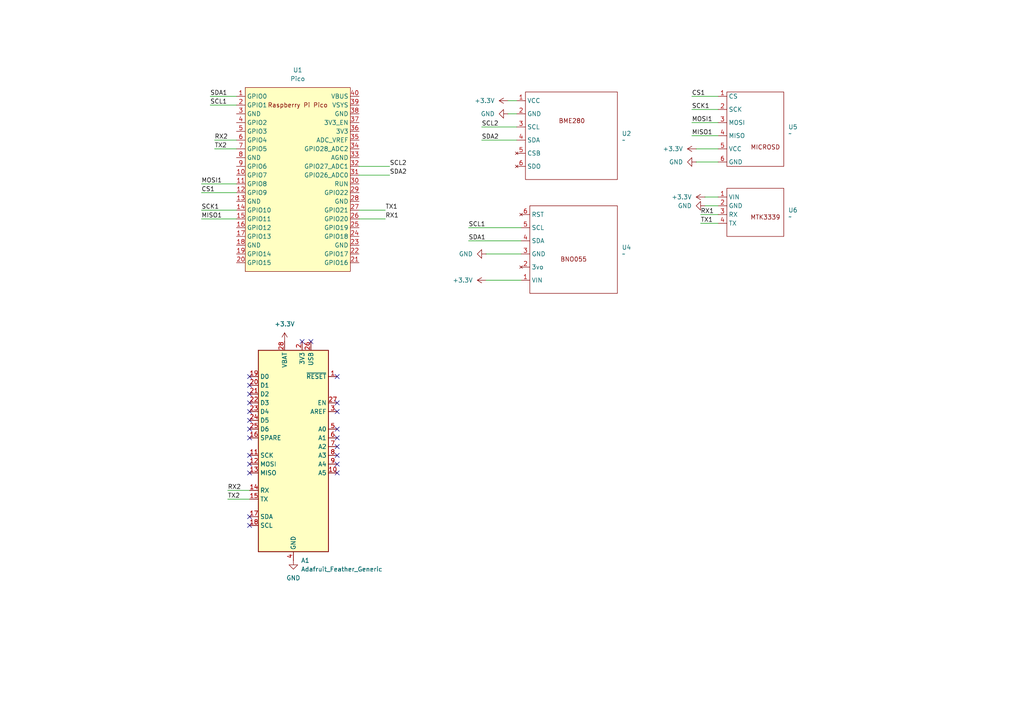
<source format=kicad_sch>
(kicad_sch
	(version 20231120)
	(generator "eeschema")
	(generator_version "8.0")
	(uuid "f9677e1e-50a0-4150-b945-9c4a2818472a")
	(paper "A4")
	(lib_symbols
		(symbol "MCU_Module:Adafruit_Feather_Generic"
			(exclude_from_sim no)
			(in_bom yes)
			(on_board yes)
			(property "Reference" "A"
				(at -10.16 29.21 0)
				(effects
					(font
						(size 1.27 1.27)
					)
					(justify left)
				)
			)
			(property "Value" "Adafruit_Feather_Generic"
				(at 2.54 -31.75 0)
				(effects
					(font
						(size 1.27 1.27)
					)
					(justify left)
				)
			)
			(property "Footprint" "Module:Adafruit_Feather"
				(at 2.54 -34.29 0)
				(effects
					(font
						(size 1.27 1.27)
					)
					(justify left)
					(hide yes)
				)
			)
			(property "Datasheet" "https://cdn-learn.adafruit.com/downloads/pdf/adafruit-feather.pdf"
				(at 0 -20.32 0)
				(effects
					(font
						(size 1.27 1.27)
					)
					(hide yes)
				)
			)
			(property "Description" "Microcontroller module in various flavor, generic symbol"
				(at 0 0 0)
				(effects
					(font
						(size 1.27 1.27)
					)
					(hide yes)
				)
			)
			(property "ki_keywords" "Adafruit feather microcontroller module"
				(at 0 0 0)
				(effects
					(font
						(size 1.27 1.27)
					)
					(hide yes)
				)
			)
			(property "ki_fp_filters" "Adafruit*Feather*"
				(at 0 0 0)
				(effects
					(font
						(size 1.27 1.27)
					)
					(hide yes)
				)
			)
			(symbol "Adafruit_Feather_Generic_0_1"
				(rectangle
					(start -10.16 27.94)
					(end 10.16 -30.48)
					(stroke
						(width 0.254)
						(type default)
					)
					(fill
						(type background)
					)
				)
			)
			(symbol "Adafruit_Feather_Generic_1_1"
				(pin input line
					(at 12.7 20.32 180)
					(length 2.54)
					(name "~{RESET}"
						(effects
							(font
								(size 1.27 1.27)
							)
						)
					)
					(number "1"
						(effects
							(font
								(size 1.27 1.27)
							)
						)
					)
				)
				(pin bidirectional line
					(at 12.7 -7.62 180)
					(length 2.54)
					(name "A5"
						(effects
							(font
								(size 1.27 1.27)
							)
						)
					)
					(number "10"
						(effects
							(font
								(size 1.27 1.27)
							)
						)
					)
				)
				(pin bidirectional line
					(at -12.7 -2.54 0)
					(length 2.54)
					(name "SCK"
						(effects
							(font
								(size 1.27 1.27)
							)
						)
					)
					(number "11"
						(effects
							(font
								(size 1.27 1.27)
							)
						)
					)
				)
				(pin bidirectional line
					(at -12.7 -5.08 0)
					(length 2.54)
					(name "MOSI"
						(effects
							(font
								(size 1.27 1.27)
							)
						)
					)
					(number "12"
						(effects
							(font
								(size 1.27 1.27)
							)
						)
					)
				)
				(pin bidirectional line
					(at -12.7 -7.62 0)
					(length 2.54)
					(name "MISO"
						(effects
							(font
								(size 1.27 1.27)
							)
						)
					)
					(number "13"
						(effects
							(font
								(size 1.27 1.27)
							)
						)
					)
				)
				(pin bidirectional line
					(at -12.7 -12.7 0)
					(length 2.54)
					(name "RX"
						(effects
							(font
								(size 1.27 1.27)
							)
						)
					)
					(number "14"
						(effects
							(font
								(size 1.27 1.27)
							)
						)
					)
				)
				(pin bidirectional line
					(at -12.7 -15.24 0)
					(length 2.54)
					(name "TX"
						(effects
							(font
								(size 1.27 1.27)
							)
						)
					)
					(number "15"
						(effects
							(font
								(size 1.27 1.27)
							)
						)
					)
				)
				(pin bidirectional line
					(at -12.7 2.54 0)
					(length 2.54)
					(name "SPARE"
						(effects
							(font
								(size 1.27 1.27)
							)
						)
					)
					(number "16"
						(effects
							(font
								(size 1.27 1.27)
							)
						)
					)
				)
				(pin bidirectional line
					(at -12.7 -20.32 0)
					(length 2.54)
					(name "SDA"
						(effects
							(font
								(size 1.27 1.27)
							)
						)
					)
					(number "17"
						(effects
							(font
								(size 1.27 1.27)
							)
						)
					)
				)
				(pin bidirectional line
					(at -12.7 -22.86 0)
					(length 2.54)
					(name "SCL"
						(effects
							(font
								(size 1.27 1.27)
							)
						)
					)
					(number "18"
						(effects
							(font
								(size 1.27 1.27)
							)
						)
					)
				)
				(pin bidirectional line
					(at -12.7 20.32 0)
					(length 2.54)
					(name "D0"
						(effects
							(font
								(size 1.27 1.27)
							)
						)
					)
					(number "19"
						(effects
							(font
								(size 1.27 1.27)
							)
						)
					)
				)
				(pin power_in line
					(at 2.54 30.48 270)
					(length 2.54)
					(name "3V3"
						(effects
							(font
								(size 1.27 1.27)
							)
						)
					)
					(number "2"
						(effects
							(font
								(size 1.27 1.27)
							)
						)
					)
				)
				(pin bidirectional line
					(at -12.7 17.78 0)
					(length 2.54)
					(name "D1"
						(effects
							(font
								(size 1.27 1.27)
							)
						)
					)
					(number "20"
						(effects
							(font
								(size 1.27 1.27)
							)
						)
					)
				)
				(pin bidirectional line
					(at -12.7 15.24 0)
					(length 2.54)
					(name "D2"
						(effects
							(font
								(size 1.27 1.27)
							)
						)
					)
					(number "21"
						(effects
							(font
								(size 1.27 1.27)
							)
						)
					)
				)
				(pin bidirectional line
					(at -12.7 12.7 0)
					(length 2.54)
					(name "D3"
						(effects
							(font
								(size 1.27 1.27)
							)
						)
					)
					(number "22"
						(effects
							(font
								(size 1.27 1.27)
							)
						)
					)
				)
				(pin bidirectional line
					(at -12.7 10.16 0)
					(length 2.54)
					(name "D4"
						(effects
							(font
								(size 1.27 1.27)
							)
						)
					)
					(number "23"
						(effects
							(font
								(size 1.27 1.27)
							)
						)
					)
				)
				(pin bidirectional line
					(at -12.7 7.62 0)
					(length 2.54)
					(name "D5"
						(effects
							(font
								(size 1.27 1.27)
							)
						)
					)
					(number "24"
						(effects
							(font
								(size 1.27 1.27)
							)
						)
					)
				)
				(pin bidirectional line
					(at -12.7 5.08 0)
					(length 2.54)
					(name "D6"
						(effects
							(font
								(size 1.27 1.27)
							)
						)
					)
					(number "25"
						(effects
							(font
								(size 1.27 1.27)
							)
						)
					)
				)
				(pin power_in line
					(at 5.08 30.48 270)
					(length 2.54)
					(name "USB"
						(effects
							(font
								(size 1.27 1.27)
							)
						)
					)
					(number "26"
						(effects
							(font
								(size 1.27 1.27)
							)
						)
					)
				)
				(pin input line
					(at 12.7 12.7 180)
					(length 2.54)
					(name "EN"
						(effects
							(font
								(size 1.27 1.27)
							)
						)
					)
					(number "27"
						(effects
							(font
								(size 1.27 1.27)
							)
						)
					)
				)
				(pin power_in line
					(at -2.54 30.48 270)
					(length 2.54)
					(name "VBAT"
						(effects
							(font
								(size 1.27 1.27)
							)
						)
					)
					(number "28"
						(effects
							(font
								(size 1.27 1.27)
							)
						)
					)
				)
				(pin input line
					(at 12.7 10.16 180)
					(length 2.54)
					(name "AREF"
						(effects
							(font
								(size 1.27 1.27)
							)
						)
					)
					(number "3"
						(effects
							(font
								(size 1.27 1.27)
							)
						)
					)
				)
				(pin power_in line
					(at 0 -33.02 90)
					(length 2.54)
					(name "GND"
						(effects
							(font
								(size 1.27 1.27)
							)
						)
					)
					(number "4"
						(effects
							(font
								(size 1.27 1.27)
							)
						)
					)
				)
				(pin bidirectional line
					(at 12.7 5.08 180)
					(length 2.54)
					(name "A0"
						(effects
							(font
								(size 1.27 1.27)
							)
						)
					)
					(number "5"
						(effects
							(font
								(size 1.27 1.27)
							)
						)
					)
				)
				(pin bidirectional line
					(at 12.7 2.54 180)
					(length 2.54)
					(name "A1"
						(effects
							(font
								(size 1.27 1.27)
							)
						)
					)
					(number "6"
						(effects
							(font
								(size 1.27 1.27)
							)
						)
					)
				)
				(pin bidirectional line
					(at 12.7 0 180)
					(length 2.54)
					(name "A2"
						(effects
							(font
								(size 1.27 1.27)
							)
						)
					)
					(number "7"
						(effects
							(font
								(size 1.27 1.27)
							)
						)
					)
				)
				(pin bidirectional line
					(at 12.7 -2.54 180)
					(length 2.54)
					(name "A3"
						(effects
							(font
								(size 1.27 1.27)
							)
						)
					)
					(number "8"
						(effects
							(font
								(size 1.27 1.27)
							)
						)
					)
				)
				(pin bidirectional line
					(at 12.7 -5.08 180)
					(length 2.54)
					(name "A4"
						(effects
							(font
								(size 1.27 1.27)
							)
						)
					)
					(number "9"
						(effects
							(font
								(size 1.27 1.27)
							)
						)
					)
				)
			)
		)
		(symbol "MCU_RaspberryPi_and_Boards:Pico"
			(exclude_from_sim no)
			(in_bom yes)
			(on_board yes)
			(property "Reference" "U1"
				(at 0 31.75 0)
				(effects
					(font
						(size 1.27 1.27)
					)
				)
			)
			(property "Value" "Pico"
				(at 0 29.21 0)
				(effects
					(font
						(size 1.27 1.27)
					)
				)
			)
			(property "Footprint" "Module:RaspberryPi_Pico_Common_THT"
				(at 0 0 90)
				(effects
					(font
						(size 1.27 1.27)
					)
					(hide yes)
				)
			)
			(property "Datasheet" ""
				(at 0 0 0)
				(effects
					(font
						(size 1.27 1.27)
					)
					(hide yes)
				)
			)
			(property "Description" ""
				(at 0 0 0)
				(effects
					(font
						(size 1.27 1.27)
					)
					(hide yes)
				)
			)
			(symbol "Pico_0_0"
				(text "Raspberry Pi Pico"
					(at 0 21.59 0)
					(effects
						(font
							(size 1.27 1.27)
						)
					)
				)
			)
			(symbol "Pico_0_1"
				(rectangle
					(start -15.24 26.67)
					(end 15.24 -26.67)
					(stroke
						(width 0)
						(type default)
					)
					(fill
						(type background)
					)
				)
			)
			(symbol "Pico_1_1"
				(pin bidirectional line
					(at -17.78 24.13 0)
					(length 2.54)
					(name "GPIO0"
						(effects
							(font
								(size 1.27 1.27)
							)
						)
					)
					(number "1"
						(effects
							(font
								(size 1.27 1.27)
							)
						)
					)
				)
				(pin bidirectional line
					(at -17.78 1.27 0)
					(length 2.54)
					(name "GPIO7"
						(effects
							(font
								(size 1.27 1.27)
							)
						)
					)
					(number "10"
						(effects
							(font
								(size 1.27 1.27)
							)
						)
					)
				)
				(pin bidirectional line
					(at -17.78 -1.27 0)
					(length 2.54)
					(name "GPIO8"
						(effects
							(font
								(size 1.27 1.27)
							)
						)
					)
					(number "11"
						(effects
							(font
								(size 1.27 1.27)
							)
						)
					)
				)
				(pin bidirectional line
					(at -17.78 -3.81 0)
					(length 2.54)
					(name "GPIO9"
						(effects
							(font
								(size 1.27 1.27)
							)
						)
					)
					(number "12"
						(effects
							(font
								(size 1.27 1.27)
							)
						)
					)
				)
				(pin power_in line
					(at -17.78 -6.35 0)
					(length 2.54)
					(name "GND"
						(effects
							(font
								(size 1.27 1.27)
							)
						)
					)
					(number "13"
						(effects
							(font
								(size 1.27 1.27)
							)
						)
					)
				)
				(pin bidirectional line
					(at -17.78 -8.89 0)
					(length 2.54)
					(name "GPIO10"
						(effects
							(font
								(size 1.27 1.27)
							)
						)
					)
					(number "14"
						(effects
							(font
								(size 1.27 1.27)
							)
						)
					)
				)
				(pin bidirectional line
					(at -17.78 -11.43 0)
					(length 2.54)
					(name "GPIO11"
						(effects
							(font
								(size 1.27 1.27)
							)
						)
					)
					(number "15"
						(effects
							(font
								(size 1.27 1.27)
							)
						)
					)
				)
				(pin bidirectional line
					(at -17.78 -13.97 0)
					(length 2.54)
					(name "GPIO12"
						(effects
							(font
								(size 1.27 1.27)
							)
						)
					)
					(number "16"
						(effects
							(font
								(size 1.27 1.27)
							)
						)
					)
				)
				(pin bidirectional line
					(at -17.78 -16.51 0)
					(length 2.54)
					(name "GPIO13"
						(effects
							(font
								(size 1.27 1.27)
							)
						)
					)
					(number "17"
						(effects
							(font
								(size 1.27 1.27)
							)
						)
					)
				)
				(pin power_in line
					(at -17.78 -19.05 0)
					(length 2.54)
					(name "GND"
						(effects
							(font
								(size 1.27 1.27)
							)
						)
					)
					(number "18"
						(effects
							(font
								(size 1.27 1.27)
							)
						)
					)
				)
				(pin bidirectional line
					(at -17.78 -21.59 0)
					(length 2.54)
					(name "GPIO14"
						(effects
							(font
								(size 1.27 1.27)
							)
						)
					)
					(number "19"
						(effects
							(font
								(size 1.27 1.27)
							)
						)
					)
				)
				(pin bidirectional line
					(at -17.78 21.59 0)
					(length 2.54)
					(name "GPIO1"
						(effects
							(font
								(size 1.27 1.27)
							)
						)
					)
					(number "2"
						(effects
							(font
								(size 1.27 1.27)
							)
						)
					)
				)
				(pin bidirectional line
					(at -17.78 -24.13 0)
					(length 2.54)
					(name "GPIO15"
						(effects
							(font
								(size 1.27 1.27)
							)
						)
					)
					(number "20"
						(effects
							(font
								(size 1.27 1.27)
							)
						)
					)
				)
				(pin bidirectional line
					(at 17.78 -24.13 180)
					(length 2.54)
					(name "GPIO16"
						(effects
							(font
								(size 1.27 1.27)
							)
						)
					)
					(number "21"
						(effects
							(font
								(size 1.27 1.27)
							)
						)
					)
				)
				(pin bidirectional line
					(at 17.78 -21.59 180)
					(length 2.54)
					(name "GPIO17"
						(effects
							(font
								(size 1.27 1.27)
							)
						)
					)
					(number "22"
						(effects
							(font
								(size 1.27 1.27)
							)
						)
					)
				)
				(pin power_in line
					(at 17.78 -19.05 180)
					(length 2.54)
					(name "GND"
						(effects
							(font
								(size 1.27 1.27)
							)
						)
					)
					(number "23"
						(effects
							(font
								(size 1.27 1.27)
							)
						)
					)
				)
				(pin bidirectional line
					(at 17.78 -16.51 180)
					(length 2.54)
					(name "GPIO18"
						(effects
							(font
								(size 1.27 1.27)
							)
						)
					)
					(number "24"
						(effects
							(font
								(size 1.27 1.27)
							)
						)
					)
				)
				(pin bidirectional line
					(at 17.78 -13.97 180)
					(length 2.54)
					(name "GPIO19"
						(effects
							(font
								(size 1.27 1.27)
							)
						)
					)
					(number "25"
						(effects
							(font
								(size 1.27 1.27)
							)
						)
					)
				)
				(pin bidirectional line
					(at 17.78 -11.43 180)
					(length 2.54)
					(name "GPIO20"
						(effects
							(font
								(size 1.27 1.27)
							)
						)
					)
					(number "26"
						(effects
							(font
								(size 1.27 1.27)
							)
						)
					)
				)
				(pin bidirectional line
					(at 17.78 -8.89 180)
					(length 2.54)
					(name "GPIO21"
						(effects
							(font
								(size 1.27 1.27)
							)
						)
					)
					(number "27"
						(effects
							(font
								(size 1.27 1.27)
							)
						)
					)
				)
				(pin power_in line
					(at 17.78 -6.35 180)
					(length 2.54)
					(name "GND"
						(effects
							(font
								(size 1.27 1.27)
							)
						)
					)
					(number "28"
						(effects
							(font
								(size 1.27 1.27)
							)
						)
					)
				)
				(pin bidirectional line
					(at 17.78 -3.81 180)
					(length 2.54)
					(name "GPIO22"
						(effects
							(font
								(size 1.27 1.27)
							)
						)
					)
					(number "29"
						(effects
							(font
								(size 1.27 1.27)
							)
						)
					)
				)
				(pin power_in line
					(at -17.78 19.05 0)
					(length 2.54)
					(name "GND"
						(effects
							(font
								(size 1.27 1.27)
							)
						)
					)
					(number "3"
						(effects
							(font
								(size 1.27 1.27)
							)
						)
					)
				)
				(pin input line
					(at 17.78 -1.27 180)
					(length 2.54)
					(name "RUN"
						(effects
							(font
								(size 1.27 1.27)
							)
						)
					)
					(number "30"
						(effects
							(font
								(size 1.27 1.27)
							)
						)
					)
				)
				(pin bidirectional line
					(at 17.78 1.27 180)
					(length 2.54)
					(name "GPIO26_ADC0"
						(effects
							(font
								(size 1.27 1.27)
							)
						)
					)
					(number "31"
						(effects
							(font
								(size 1.27 1.27)
							)
						)
					)
				)
				(pin bidirectional line
					(at 17.78 3.81 180)
					(length 2.54)
					(name "GPIO27_ADC1"
						(effects
							(font
								(size 1.27 1.27)
							)
						)
					)
					(number "32"
						(effects
							(font
								(size 1.27 1.27)
							)
						)
					)
				)
				(pin power_in line
					(at 17.78 6.35 180)
					(length 2.54)
					(name "AGND"
						(effects
							(font
								(size 1.27 1.27)
							)
						)
					)
					(number "33"
						(effects
							(font
								(size 1.27 1.27)
							)
						)
					)
				)
				(pin bidirectional line
					(at 17.78 8.89 180)
					(length 2.54)
					(name "GPIO28_ADC2"
						(effects
							(font
								(size 1.27 1.27)
							)
						)
					)
					(number "34"
						(effects
							(font
								(size 1.27 1.27)
							)
						)
					)
				)
				(pin power_in line
					(at 17.78 11.43 180)
					(length 2.54)
					(name "ADC_VREF"
						(effects
							(font
								(size 1.27 1.27)
							)
						)
					)
					(number "35"
						(effects
							(font
								(size 1.27 1.27)
							)
						)
					)
				)
				(pin power_in line
					(at 17.78 13.97 180)
					(length 2.54)
					(name "3V3"
						(effects
							(font
								(size 1.27 1.27)
							)
						)
					)
					(number "36"
						(effects
							(font
								(size 1.27 1.27)
							)
						)
					)
				)
				(pin input line
					(at 17.78 16.51 180)
					(length 2.54)
					(name "3V3_EN"
						(effects
							(font
								(size 1.27 1.27)
							)
						)
					)
					(number "37"
						(effects
							(font
								(size 1.27 1.27)
							)
						)
					)
				)
				(pin bidirectional line
					(at 17.78 19.05 180)
					(length 2.54)
					(name "GND"
						(effects
							(font
								(size 1.27 1.27)
							)
						)
					)
					(number "38"
						(effects
							(font
								(size 1.27 1.27)
							)
						)
					)
				)
				(pin power_in line
					(at 17.78 21.59 180)
					(length 2.54)
					(name "VSYS"
						(effects
							(font
								(size 1.27 1.27)
							)
						)
					)
					(number "39"
						(effects
							(font
								(size 1.27 1.27)
							)
						)
					)
				)
				(pin bidirectional line
					(at -17.78 16.51 0)
					(length 2.54)
					(name "GPIO2"
						(effects
							(font
								(size 1.27 1.27)
							)
						)
					)
					(number "4"
						(effects
							(font
								(size 1.27 1.27)
							)
						)
					)
				)
				(pin power_in line
					(at 17.78 24.13 180)
					(length 2.54)
					(name "VBUS"
						(effects
							(font
								(size 1.27 1.27)
							)
						)
					)
					(number "40"
						(effects
							(font
								(size 1.27 1.27)
							)
						)
					)
				)
				(pin bidirectional line
					(at -17.78 13.97 0)
					(length 2.54)
					(name "GPIO3"
						(effects
							(font
								(size 1.27 1.27)
							)
						)
					)
					(number "5"
						(effects
							(font
								(size 1.27 1.27)
							)
						)
					)
				)
				(pin bidirectional line
					(at -17.78 11.43 0)
					(length 2.54)
					(name "GPIO4"
						(effects
							(font
								(size 1.27 1.27)
							)
						)
					)
					(number "6"
						(effects
							(font
								(size 1.27 1.27)
							)
						)
					)
				)
				(pin bidirectional line
					(at -17.78 8.89 0)
					(length 2.54)
					(name "GPIO5"
						(effects
							(font
								(size 1.27 1.27)
							)
						)
					)
					(number "7"
						(effects
							(font
								(size 1.27 1.27)
							)
						)
					)
				)
				(pin power_in line
					(at -17.78 6.35 0)
					(length 2.54)
					(name "GND"
						(effects
							(font
								(size 1.27 1.27)
							)
						)
					)
					(number "8"
						(effects
							(font
								(size 1.27 1.27)
							)
						)
					)
				)
				(pin bidirectional line
					(at -17.78 3.81 0)
					(length 2.54)
					(name "GPIO6"
						(effects
							(font
								(size 1.27 1.27)
							)
						)
					)
					(number "9"
						(effects
							(font
								(size 1.27 1.27)
							)
						)
					)
				)
			)
		)
		(symbol "Rocket_sensors:BME280"
			(exclude_from_sim no)
			(in_bom yes)
			(on_board yes)
			(property "Reference" "U"
				(at 0 0 0)
				(effects
					(font
						(size 1.27 1.27)
					)
				)
			)
			(property "Value" ""
				(at 0 0 0)
				(effects
					(font
						(size 1.27 1.27)
					)
				)
			)
			(property "Footprint" ""
				(at 0 0 0)
				(effects
					(font
						(size 1.27 1.27)
					)
					(hide yes)
				)
			)
			(property "Datasheet" ""
				(at 0 0 0)
				(effects
					(font
						(size 1.27 1.27)
					)
					(hide yes)
				)
			)
			(property "Description" ""
				(at 0 0 0)
				(effects
					(font
						(size 1.27 1.27)
					)
					(hide yes)
				)
			)
			(symbol "BME280_0_1"
				(rectangle
					(start -12.7 12.7)
					(end 13.97 -12.7)
					(stroke
						(width 0)
						(type default)
					)
					(fill
						(type none)
					)
				)
			)
			(symbol "BME280_1_1"
				(text "BME280\n"
					(at 0.762 4.318 0)
					(effects
						(font
							(size 1.27 1.27)
						)
					)
				)
				(pin power_in line
					(at -15.24 10.16 0)
					(length 2.54)
					(name "VCC"
						(effects
							(font
								(size 1.27 1.27)
							)
						)
					)
					(number "1"
						(effects
							(font
								(size 1.27 1.27)
							)
						)
					)
				)
				(pin power_in line
					(at -15.24 6.35 0)
					(length 2.54)
					(name "GND"
						(effects
							(font
								(size 1.27 1.27)
							)
						)
					)
					(number "2"
						(effects
							(font
								(size 1.27 1.27)
							)
						)
					)
				)
				(pin bidirectional line
					(at -15.24 2.54 0)
					(length 2.54)
					(name "SCL"
						(effects
							(font
								(size 1.27 1.27)
							)
						)
					)
					(number "3"
						(effects
							(font
								(size 1.27 1.27)
							)
						)
					)
				)
				(pin bidirectional line
					(at -15.24 -1.27 0)
					(length 2.54)
					(name "SDA"
						(effects
							(font
								(size 1.27 1.27)
							)
						)
					)
					(number "4"
						(effects
							(font
								(size 1.27 1.27)
							)
						)
					)
				)
				(pin no_connect line
					(at -15.24 -5.08 0)
					(length 2.54)
					(name "CSB"
						(effects
							(font
								(size 1.27 1.27)
							)
						)
					)
					(number "5"
						(effects
							(font
								(size 1.27 1.27)
							)
						)
					)
				)
				(pin no_connect line
					(at -15.24 -8.89 0)
					(length 2.54)
					(name "SDO"
						(effects
							(font
								(size 1.27 1.27)
							)
						)
					)
					(number "6"
						(effects
							(font
								(size 1.27 1.27)
							)
						)
					)
				)
			)
		)
		(symbol "Rocket_sensors:BNO055"
			(exclude_from_sim no)
			(in_bom yes)
			(on_board yes)
			(property "Reference" "U"
				(at 0 0 0)
				(effects
					(font
						(size 1.27 1.27)
					)
				)
			)
			(property "Value" ""
				(at 0 0 0)
				(effects
					(font
						(size 1.27 1.27)
					)
				)
			)
			(property "Footprint" ""
				(at 0 0 0)
				(effects
					(font
						(size 1.27 1.27)
					)
					(hide yes)
				)
			)
			(property "Datasheet" ""
				(at 0 0 0)
				(effects
					(font
						(size 1.27 1.27)
					)
					(hide yes)
				)
			)
			(property "Description" ""
				(at 0 0 0)
				(effects
					(font
						(size 1.27 1.27)
					)
					(hide yes)
				)
			)
			(symbol "BNO055_0_1"
				(rectangle
					(start -12.7 12.7)
					(end 12.7 -12.7)
					(stroke
						(width 0)
						(type default)
					)
					(fill
						(type none)
					)
				)
			)
			(symbol "BNO055_1_1"
				(text "BNO055\n"
					(at 0 -2.794 0)
					(effects
						(font
							(size 1.27 1.27)
						)
					)
				)
				(pin power_in line
					(at -15.24 -8.89 0)
					(length 2.54)
					(name "VIN"
						(effects
							(font
								(size 1.27 1.27)
							)
						)
					)
					(number "1"
						(effects
							(font
								(size 1.27 1.27)
							)
						)
					)
				)
				(pin no_connect line
					(at -15.24 -5.08 0)
					(length 2.54)
					(name "3vo"
						(effects
							(font
								(size 1.27 1.27)
							)
						)
					)
					(number "2"
						(effects
							(font
								(size 1.27 1.27)
							)
						)
					)
				)
				(pin power_in line
					(at -15.24 -1.27 0)
					(length 2.54)
					(name "GND"
						(effects
							(font
								(size 1.27 1.27)
							)
						)
					)
					(number "3"
						(effects
							(font
								(size 1.27 1.27)
							)
						)
					)
				)
				(pin power_in line
					(at -15.24 2.54 0)
					(length 2.54)
					(name "SDA"
						(effects
							(font
								(size 1.27 1.27)
							)
						)
					)
					(number "4"
						(effects
							(font
								(size 1.27 1.27)
							)
						)
					)
				)
				(pin bidirectional line
					(at -15.24 6.35 0)
					(length 2.54)
					(name "SCL"
						(effects
							(font
								(size 1.27 1.27)
							)
						)
					)
					(number "5"
						(effects
							(font
								(size 1.27 1.27)
							)
						)
					)
				)
				(pin no_connect line
					(at -15.24 10.16 0)
					(length 2.54)
					(name "RST"
						(effects
							(font
								(size 1.27 1.27)
							)
						)
					)
					(number "6"
						(effects
							(font
								(size 1.27 1.27)
							)
						)
					)
				)
			)
		)
		(symbol "Rocket_sensors:MTK3339"
			(exclude_from_sim no)
			(in_bom yes)
			(on_board yes)
			(property "Reference" "U"
				(at 4.064 0 0)
				(effects
					(font
						(size 1.27 1.27)
					)
				)
			)
			(property "Value" ""
				(at 0 0 0)
				(effects
					(font
						(size 1.27 1.27)
					)
				)
			)
			(property "Footprint" ""
				(at 0 0 0)
				(effects
					(font
						(size 1.27 1.27)
					)
					(hide yes)
				)
			)
			(property "Datasheet" ""
				(at 0 0 0)
				(effects
					(font
						(size 1.27 1.27)
					)
					(hide yes)
				)
			)
			(property "Description" ""
				(at 0 0 0)
				(effects
					(font
						(size 1.27 1.27)
					)
					(hide yes)
				)
			)
			(symbol "MTK3339_0_1"
				(rectangle
					(start -6.35 5.08)
					(end 10.16 -8.89)
					(stroke
						(width 0)
						(type default)
					)
					(fill
						(type none)
					)
				)
			)
			(symbol "MTK3339_1_1"
				(text "MTK3339\n"
					(at 4.826 -3.302 0)
					(effects
						(font
							(size 1.27 1.27)
						)
					)
				)
				(pin power_in line
					(at -8.89 2.54 0)
					(length 2.54)
					(name "VIN"
						(effects
							(font
								(size 1.27 1.27)
							)
						)
					)
					(number "1"
						(effects
							(font
								(size 1.27 1.27)
							)
						)
					)
				)
				(pin power_in line
					(at -8.89 0 0)
					(length 2.54)
					(name "GND"
						(effects
							(font
								(size 1.27 1.27)
							)
						)
					)
					(number "2"
						(effects
							(font
								(size 1.27 1.27)
							)
						)
					)
				)
				(pin input line
					(at -8.89 -2.54 0)
					(length 2.54)
					(name "RX"
						(effects
							(font
								(size 1.27 1.27)
							)
						)
					)
					(number "3"
						(effects
							(font
								(size 1.27 1.27)
							)
						)
					)
				)
				(pin output line
					(at -8.89 -5.08 0)
					(length 2.54)
					(name "TX"
						(effects
							(font
								(size 1.27 1.27)
							)
						)
					)
					(number "4"
						(effects
							(font
								(size 1.27 1.27)
							)
						)
					)
				)
			)
		)
		(symbol "Rocket_sensors:MicroSDadapter"
			(exclude_from_sim no)
			(in_bom yes)
			(on_board yes)
			(property "Reference" "U"
				(at 2.794 0 0)
				(effects
					(font
						(size 1.27 1.27)
					)
				)
			)
			(property "Value" ""
				(at 0 0 0)
				(effects
					(font
						(size 1.27 1.27)
					)
				)
			)
			(property "Footprint" ""
				(at 0 0 0)
				(effects
					(font
						(size 1.27 1.27)
					)
					(hide yes)
				)
			)
			(property "Datasheet" ""
				(at 0 0 0)
				(effects
					(font
						(size 1.27 1.27)
					)
					(hide yes)
				)
			)
			(property "Description" ""
				(at 0 0 0)
				(effects
					(font
						(size 1.27 1.27)
					)
					(hide yes)
				)
			)
			(symbol "MicroSDadapter_0_1"
				(rectangle
					(start -6.35 10.16)
					(end 10.16 -11.43)
					(stroke
						(width 0)
						(type default)
					)
					(fill
						(type none)
					)
				)
			)
			(symbol "MicroSDadapter_1_1"
				(text "MICROSD\n"
					(at 4.826 -5.842 0)
					(effects
						(font
							(size 1.27 1.27)
						)
					)
				)
				(pin bidirectional line
					(at -8.89 8.89 0)
					(length 2.54)
					(name "CS"
						(effects
							(font
								(size 1.27 1.27)
							)
						)
					)
					(number "1"
						(effects
							(font
								(size 1.27 1.27)
							)
						)
					)
				)
				(pin bidirectional line
					(at -8.89 5.08 0)
					(length 2.54)
					(name "SCK"
						(effects
							(font
								(size 1.27 1.27)
							)
						)
					)
					(number "2"
						(effects
							(font
								(size 1.27 1.27)
							)
						)
					)
				)
				(pin bidirectional line
					(at -8.89 1.27 0)
					(length 2.54)
					(name "MOSI"
						(effects
							(font
								(size 1.27 1.27)
							)
						)
					)
					(number "3"
						(effects
							(font
								(size 1.27 1.27)
							)
						)
					)
				)
				(pin bidirectional line
					(at -8.89 -2.54 0)
					(length 2.54)
					(name "MISO"
						(effects
							(font
								(size 1.27 1.27)
							)
						)
					)
					(number "4"
						(effects
							(font
								(size 1.27 1.27)
							)
						)
					)
				)
				(pin power_in line
					(at -8.89 -6.35 0)
					(length 2.54)
					(name "VCC"
						(effects
							(font
								(size 1.27 1.27)
							)
						)
					)
					(number "5"
						(effects
							(font
								(size 1.27 1.27)
							)
						)
					)
				)
				(pin power_in line
					(at -8.89 -10.16 0)
					(length 2.54)
					(name "GND"
						(effects
							(font
								(size 1.27 1.27)
							)
						)
					)
					(number "6"
						(effects
							(font
								(size 1.27 1.27)
							)
						)
					)
				)
			)
		)
		(symbol "power:+3.3V"
			(power)
			(pin_numbers hide)
			(pin_names
				(offset 0) hide)
			(exclude_from_sim no)
			(in_bom yes)
			(on_board yes)
			(property "Reference" "#PWR"
				(at 0 -3.81 0)
				(effects
					(font
						(size 1.27 1.27)
					)
					(hide yes)
				)
			)
			(property "Value" "+3.3V"
				(at 0 3.556 0)
				(effects
					(font
						(size 1.27 1.27)
					)
				)
			)
			(property "Footprint" ""
				(at 0 0 0)
				(effects
					(font
						(size 1.27 1.27)
					)
					(hide yes)
				)
			)
			(property "Datasheet" ""
				(at 0 0 0)
				(effects
					(font
						(size 1.27 1.27)
					)
					(hide yes)
				)
			)
			(property "Description" "Power symbol creates a global label with name \"+3.3V\""
				(at 0 0 0)
				(effects
					(font
						(size 1.27 1.27)
					)
					(hide yes)
				)
			)
			(property "ki_keywords" "global power"
				(at 0 0 0)
				(effects
					(font
						(size 1.27 1.27)
					)
					(hide yes)
				)
			)
			(symbol "+3.3V_0_1"
				(polyline
					(pts
						(xy -0.762 1.27) (xy 0 2.54)
					)
					(stroke
						(width 0)
						(type default)
					)
					(fill
						(type none)
					)
				)
				(polyline
					(pts
						(xy 0 0) (xy 0 2.54)
					)
					(stroke
						(width 0)
						(type default)
					)
					(fill
						(type none)
					)
				)
				(polyline
					(pts
						(xy 0 2.54) (xy 0.762 1.27)
					)
					(stroke
						(width 0)
						(type default)
					)
					(fill
						(type none)
					)
				)
			)
			(symbol "+3.3V_1_1"
				(pin power_in line
					(at 0 0 90)
					(length 0)
					(name "~"
						(effects
							(font
								(size 1.27 1.27)
							)
						)
					)
					(number "1"
						(effects
							(font
								(size 1.27 1.27)
							)
						)
					)
				)
			)
		)
		(symbol "power:GND"
			(power)
			(pin_numbers hide)
			(pin_names
				(offset 0) hide)
			(exclude_from_sim no)
			(in_bom yes)
			(on_board yes)
			(property "Reference" "#PWR"
				(at 0 -6.35 0)
				(effects
					(font
						(size 1.27 1.27)
					)
					(hide yes)
				)
			)
			(property "Value" "GND"
				(at 0 -3.81 0)
				(effects
					(font
						(size 1.27 1.27)
					)
				)
			)
			(property "Footprint" ""
				(at 0 0 0)
				(effects
					(font
						(size 1.27 1.27)
					)
					(hide yes)
				)
			)
			(property "Datasheet" ""
				(at 0 0 0)
				(effects
					(font
						(size 1.27 1.27)
					)
					(hide yes)
				)
			)
			(property "Description" "Power symbol creates a global label with name \"GND\" , ground"
				(at 0 0 0)
				(effects
					(font
						(size 1.27 1.27)
					)
					(hide yes)
				)
			)
			(property "ki_keywords" "global power"
				(at 0 0 0)
				(effects
					(font
						(size 1.27 1.27)
					)
					(hide yes)
				)
			)
			(symbol "GND_0_1"
				(polyline
					(pts
						(xy 0 0) (xy 0 -1.27) (xy 1.27 -1.27) (xy 0 -2.54) (xy -1.27 -1.27) (xy 0 -1.27)
					)
					(stroke
						(width 0)
						(type default)
					)
					(fill
						(type none)
					)
				)
			)
			(symbol "GND_1_1"
				(pin power_in line
					(at 0 0 270)
					(length 0)
					(name "~"
						(effects
							(font
								(size 1.27 1.27)
							)
						)
					)
					(number "1"
						(effects
							(font
								(size 1.27 1.27)
							)
						)
					)
				)
			)
		)
	)
	(no_connect
		(at 72.39 134.62)
		(uuid "0c3b37ac-cf57-4d29-a001-2e5269b847bd")
	)
	(no_connect
		(at 72.39 116.84)
		(uuid "124658da-e788-44c0-8788-7a35b5d20cf7")
	)
	(no_connect
		(at 72.39 114.3)
		(uuid "1a9e6474-06f9-4398-b9fd-4d92aede39c9")
	)
	(no_connect
		(at 72.39 111.76)
		(uuid "2503c391-5966-4dba-acdd-80417a80e828")
	)
	(no_connect
		(at 97.79 127)
		(uuid "253f127f-5f8b-4f2a-af80-ed0eebf6373a")
	)
	(no_connect
		(at 72.39 109.22)
		(uuid "29d37b22-22f7-4795-a52d-5a9451099914")
	)
	(no_connect
		(at 97.79 134.62)
		(uuid "347d3764-7818-497e-9d87-e351fe04bd02")
	)
	(no_connect
		(at 72.39 152.4)
		(uuid "3b91b1eb-80f1-48fa-a36f-c8069cb40029")
	)
	(no_connect
		(at 72.39 121.92)
		(uuid "3d36d894-6404-431f-a009-d1886b22d90e")
	)
	(no_connect
		(at 72.39 132.08)
		(uuid "5b941e41-04f0-4880-8409-ece6bd003649")
	)
	(no_connect
		(at 97.79 109.22)
		(uuid "78a42e71-026a-4d93-99ca-ff3162f1232b")
	)
	(no_connect
		(at 72.39 119.38)
		(uuid "78d16a97-4e2a-4875-8572-d38ecc462837")
	)
	(no_connect
		(at 72.39 137.16)
		(uuid "8c222f51-4b34-451c-90d0-c1fef1095971")
	)
	(no_connect
		(at 97.79 137.16)
		(uuid "a69c8988-4ee8-494f-ba13-6e7990094422")
	)
	(no_connect
		(at 72.39 127)
		(uuid "ae37d262-960a-4b3d-ad66-559b21640aea")
	)
	(no_connect
		(at 90.17 99.06)
		(uuid "b388ab1a-d7d5-4884-b589-c45a0bfbd807")
	)
	(no_connect
		(at 97.79 116.84)
		(uuid "ba364a87-4164-4e84-a4c2-a54210817d39")
	)
	(no_connect
		(at 97.79 129.54)
		(uuid "c1ddb030-c23a-418e-82db-456a77200826")
	)
	(no_connect
		(at 97.79 124.46)
		(uuid "c486224d-f239-4ffb-9613-6637ab8c8ebd")
	)
	(no_connect
		(at 72.39 124.46)
		(uuid "cd146d28-0e65-48bb-9b05-957574cb8eb3")
	)
	(no_connect
		(at 72.39 149.86)
		(uuid "ce89c82f-81c1-4c46-ade8-4f46e23db8a8")
	)
	(no_connect
		(at 97.79 119.38)
		(uuid "ec3c56f9-7ec7-4330-b048-d1c377a476d8")
	)
	(no_connect
		(at 97.79 132.08)
		(uuid "ee8ceb01-f246-4994-baae-378056a7aff9")
	)
	(no_connect
		(at 87.63 99.06)
		(uuid "f2874feb-9f2a-4d84-a3be-627d933c45fe")
	)
	(wire
		(pts
			(xy 200.66 27.94) (xy 208.28 27.94)
		)
		(stroke
			(width 0)
			(type default)
		)
		(uuid "05bf2318-50e0-4b66-bf56-ed1e59077f85")
	)
	(wire
		(pts
			(xy 200.66 35.56) (xy 208.28 35.56)
		)
		(stroke
			(width 0)
			(type default)
		)
		(uuid "1ef8990f-8fbf-4789-97a2-952b15d77b94")
	)
	(wire
		(pts
			(xy 140.97 73.66) (xy 151.13 73.66)
		)
		(stroke
			(width 0)
			(type default)
		)
		(uuid "1f249f94-debf-464d-a6fb-259455791aa5")
	)
	(wire
		(pts
			(xy 135.89 69.85) (xy 151.13 69.85)
		)
		(stroke
			(width 0)
			(type default)
		)
		(uuid "20e5b4ad-85d1-4c91-a74d-82e9c6f2ca27")
	)
	(wire
		(pts
			(xy 201.93 43.18) (xy 208.28 43.18)
		)
		(stroke
			(width 0)
			(type default)
		)
		(uuid "21b8f078-5493-41c4-91af-cfc44886cea7")
	)
	(wire
		(pts
			(xy 139.7 36.83) (xy 149.86 36.83)
		)
		(stroke
			(width 0)
			(type default)
		)
		(uuid "28881b1d-b404-478f-a97b-e1682c6d46a3")
	)
	(wire
		(pts
			(xy 60.96 27.94) (xy 68.58 27.94)
		)
		(stroke
			(width 0)
			(type default)
		)
		(uuid "33520717-5118-4cfc-b36e-aa16c4a2a77c")
	)
	(wire
		(pts
			(xy 104.14 60.96) (xy 111.76 60.96)
		)
		(stroke
			(width 0)
			(type default)
		)
		(uuid "391b5eb2-bd25-4410-9868-21210d72e5fa")
	)
	(wire
		(pts
			(xy 60.96 30.48) (xy 68.58 30.48)
		)
		(stroke
			(width 0)
			(type default)
		)
		(uuid "3b7742f0-5ba8-4d39-8395-2adf7684364c")
	)
	(wire
		(pts
			(xy 62.23 43.18) (xy 68.58 43.18)
		)
		(stroke
			(width 0)
			(type default)
		)
		(uuid "441ecae1-7b1d-45eb-b388-331b1e5d5aa1")
	)
	(wire
		(pts
			(xy 147.32 33.02) (xy 149.86 33.02)
		)
		(stroke
			(width 0)
			(type default)
		)
		(uuid "5274feaf-858d-43b3-be97-4f7129e98436")
	)
	(wire
		(pts
			(xy 200.66 31.75) (xy 208.28 31.75)
		)
		(stroke
			(width 0)
			(type default)
		)
		(uuid "586d2e79-0b4b-4bad-9c21-ee5cdf341f96")
	)
	(wire
		(pts
			(xy 200.66 39.37) (xy 208.28 39.37)
		)
		(stroke
			(width 0)
			(type default)
		)
		(uuid "5ce7f7d7-144d-476d-9226-11f7118085ae")
	)
	(wire
		(pts
			(xy 66.04 144.78) (xy 72.39 144.78)
		)
		(stroke
			(width 0)
			(type default)
		)
		(uuid "6ec21f4a-e68c-4de2-8a5f-e27255060ab6")
	)
	(wire
		(pts
			(xy 58.42 53.34) (xy 68.58 53.34)
		)
		(stroke
			(width 0)
			(type default)
		)
		(uuid "6fc5a8c9-a255-4140-a033-80161ff5a472")
	)
	(wire
		(pts
			(xy 58.42 55.88) (xy 68.58 55.88)
		)
		(stroke
			(width 0)
			(type default)
		)
		(uuid "71a87fa8-6a00-44ea-b6c5-c19aa656ec34")
	)
	(wire
		(pts
			(xy 66.04 142.24) (xy 72.39 142.24)
		)
		(stroke
			(width 0)
			(type default)
		)
		(uuid "767a9430-1432-4059-ae74-526cdd5e76a4")
	)
	(wire
		(pts
			(xy 104.14 50.8) (xy 113.03 50.8)
		)
		(stroke
			(width 0)
			(type default)
		)
		(uuid "77308569-b85c-48dc-8e30-38d6a9a63893")
	)
	(wire
		(pts
			(xy 204.47 57.15) (xy 208.28 57.15)
		)
		(stroke
			(width 0)
			(type default)
		)
		(uuid "79ba3b4c-5d38-4b67-9b12-01cbb398b60f")
	)
	(wire
		(pts
			(xy 104.14 63.5) (xy 111.76 63.5)
		)
		(stroke
			(width 0)
			(type default)
		)
		(uuid "98c2d532-1351-4832-91a5-52c2d7e169ee")
	)
	(wire
		(pts
			(xy 62.23 40.64) (xy 68.58 40.64)
		)
		(stroke
			(width 0)
			(type default)
		)
		(uuid "9ad1e208-8da7-4fe9-816d-526398ba58e8")
	)
	(wire
		(pts
			(xy 139.7 40.64) (xy 149.86 40.64)
		)
		(stroke
			(width 0)
			(type default)
		)
		(uuid "a6a62dcb-5e15-49e4-8f58-bf1ae6fc36c4")
	)
	(wire
		(pts
			(xy 135.89 66.04) (xy 151.13 66.04)
		)
		(stroke
			(width 0)
			(type default)
		)
		(uuid "b75a1a75-1935-40d4-baea-3d52c2464a9a")
	)
	(wire
		(pts
			(xy 203.2 64.77) (xy 208.28 64.77)
		)
		(stroke
			(width 0)
			(type default)
		)
		(uuid "c4389000-4128-46e2-bb3c-d8859daf6e86")
	)
	(wire
		(pts
			(xy 203.2 62.23) (xy 208.28 62.23)
		)
		(stroke
			(width 0)
			(type default)
		)
		(uuid "debb4884-5ffa-4278-ba4d-17fd3413d6bd")
	)
	(wire
		(pts
			(xy 201.93 46.99) (xy 208.28 46.99)
		)
		(stroke
			(width 0)
			(type default)
		)
		(uuid "df9d1649-f3cf-4d81-b801-da319697e7e2")
	)
	(wire
		(pts
			(xy 104.14 48.26) (xy 113.03 48.26)
		)
		(stroke
			(width 0)
			(type default)
		)
		(uuid "e1e717d1-c2c9-49e0-880d-3a056bba27b4")
	)
	(wire
		(pts
			(xy 147.32 29.21) (xy 149.86 29.21)
		)
		(stroke
			(width 0)
			(type default)
		)
		(uuid "e52fa0f2-9703-489e-b306-b89c2a9965c2")
	)
	(wire
		(pts
			(xy 58.42 63.5) (xy 68.58 63.5)
		)
		(stroke
			(width 0)
			(type default)
		)
		(uuid "ed48fc1f-ffc8-4bb3-921c-6693179f7714")
	)
	(wire
		(pts
			(xy 204.47 59.69) (xy 208.28 59.69)
		)
		(stroke
			(width 0)
			(type default)
		)
		(uuid "f67ca36d-ca76-4dd4-9a32-ac5ef385c8b6")
	)
	(wire
		(pts
			(xy 140.97 81.28) (xy 151.13 81.28)
		)
		(stroke
			(width 0)
			(type default)
		)
		(uuid "f6bcfd4a-e40f-40c4-a1c7-ca1b6a41b4b9")
	)
	(wire
		(pts
			(xy 58.42 60.96) (xy 68.58 60.96)
		)
		(stroke
			(width 0)
			(type default)
		)
		(uuid "f7d5601c-7a77-4d1e-a21c-eb5642121beb")
	)
	(label "SCL2"
		(at 113.03 48.26 0)
		(effects
			(font
				(size 1.27 1.27)
			)
			(justify left bottom)
		)
		(uuid "0277a378-3611-4935-8976-359cd574527f")
	)
	(label "MOSI1"
		(at 200.66 35.56 0)
		(effects
			(font
				(size 1.27 1.27)
			)
			(justify left bottom)
		)
		(uuid "06af5366-40c9-48b0-a928-0d3fec145d18")
	)
	(label "RX2"
		(at 62.23 40.64 0)
		(effects
			(font
				(size 1.27 1.27)
			)
			(justify left bottom)
		)
		(uuid "07d428dc-d203-4b63-845e-b3c39efc3761")
	)
	(label "MOSI1"
		(at 58.42 53.34 0)
		(effects
			(font
				(size 1.27 1.27)
			)
			(justify left bottom)
		)
		(uuid "0da82c27-949a-4b00-acc4-0cea48116067")
	)
	(label "SCK1"
		(at 58.42 60.96 0)
		(effects
			(font
				(size 1.27 1.27)
			)
			(justify left bottom)
		)
		(uuid "17a7d2d3-d458-4838-8843-5dcd9855e2f0")
	)
	(label "SDA2"
		(at 113.03 50.8 0)
		(effects
			(font
				(size 1.27 1.27)
			)
			(justify left bottom)
		)
		(uuid "236e63b3-6763-4d5d-be96-b1d17e4f4747")
	)
	(label "SDA1"
		(at 60.96 27.94 0)
		(effects
			(font
				(size 1.27 1.27)
			)
			(justify left bottom)
		)
		(uuid "26684646-1f8c-4da6-a5e6-a88a1c76051e")
	)
	(label "TX1"
		(at 203.2 64.77 0)
		(effects
			(font
				(size 1.27 1.27)
			)
			(justify left bottom)
		)
		(uuid "33bcb416-8383-4fcc-9877-75aeec424b99")
	)
	(label "SCL2"
		(at 139.7 36.83 0)
		(effects
			(font
				(size 1.27 1.27)
			)
			(justify left bottom)
		)
		(uuid "3bbb274e-b966-4d6a-b75a-5aa32559d05f")
	)
	(label "TX2"
		(at 62.23 43.18 0)
		(effects
			(font
				(size 1.27 1.27)
			)
			(justify left bottom)
		)
		(uuid "7175f9de-e6ee-4fe3-a14e-5028d5bac6d8")
	)
	(label "MISO1"
		(at 58.42 63.5 0)
		(effects
			(font
				(size 1.27 1.27)
			)
			(justify left bottom)
		)
		(uuid "798f8507-5e03-490c-ac10-b6825c6056ab")
	)
	(label "MISO1"
		(at 200.66 39.37 0)
		(effects
			(font
				(size 1.27 1.27)
			)
			(justify left bottom)
		)
		(uuid "81793ada-2315-40cd-9376-79bde16b5a19")
	)
	(label "SCL1"
		(at 135.89 66.04 0)
		(effects
			(font
				(size 1.27 1.27)
			)
			(justify left bottom)
		)
		(uuid "8181eae8-bc3d-4dff-94a7-9b09db68e06d")
	)
	(label "RX1"
		(at 111.76 63.5 0)
		(effects
			(font
				(size 1.27 1.27)
			)
			(justify left bottom)
		)
		(uuid "8fd0f362-1f10-4434-adbe-1d35c9c5ce9e")
	)
	(label "RX2"
		(at 66.04 142.24 0)
		(effects
			(font
				(size 1.27 1.27)
			)
			(justify left bottom)
		)
		(uuid "92e1c51c-7811-45cb-ac39-4678d626425f")
	)
	(label "TX2"
		(at 66.04 144.78 0)
		(effects
			(font
				(size 1.27 1.27)
			)
			(justify left bottom)
		)
		(uuid "9cfec7b0-0600-4d03-93cc-c091bbaddf2f")
	)
	(label "CS1"
		(at 58.42 55.88 0)
		(effects
			(font
				(size 1.27 1.27)
			)
			(justify left bottom)
		)
		(uuid "a4536e91-38af-497b-82b2-6974704b9e13")
	)
	(label "CS1"
		(at 200.66 27.94 0)
		(effects
			(font
				(size 1.27 1.27)
			)
			(justify left bottom)
		)
		(uuid "c423add4-3646-4fe9-b35b-fedeac663b24")
	)
	(label "SDA2"
		(at 139.7 40.64 0)
		(effects
			(font
				(size 1.27 1.27)
			)
			(justify left bottom)
		)
		(uuid "cb638587-faa2-480b-921e-72c564ace773")
	)
	(label "SCK1"
		(at 200.66 31.75 0)
		(effects
			(font
				(size 1.27 1.27)
			)
			(justify left bottom)
		)
		(uuid "d23c3be6-eeeb-487f-8771-faf18125c252")
	)
	(label "SCL1"
		(at 60.96 30.48 0)
		(effects
			(font
				(size 1.27 1.27)
			)
			(justify left bottom)
		)
		(uuid "d6287b73-4318-475c-8163-fb9cf3c754cb")
	)
	(label "TX1"
		(at 111.76 60.96 0)
		(effects
			(font
				(size 1.27 1.27)
			)
			(justify left bottom)
		)
		(uuid "f491b85d-714f-446f-ac9f-175edc0ba894")
	)
	(label "RX1"
		(at 203.2 62.23 0)
		(effects
			(font
				(size 1.27 1.27)
			)
			(justify left bottom)
		)
		(uuid "fcbd9c35-9c6e-455b-ad24-cda6a815e234")
	)
	(label "SDA1"
		(at 135.89 69.85 0)
		(effects
			(font
				(size 1.27 1.27)
			)
			(justify left bottom)
		)
		(uuid "ff175d5e-387f-4e64-886f-3c446240a544")
	)
	(symbol
		(lib_id "Rocket_sensors:MTK3339")
		(at 217.17 59.69 0)
		(unit 1)
		(exclude_from_sim no)
		(in_bom yes)
		(on_board yes)
		(dnp no)
		(fields_autoplaced yes)
		(uuid "01ea0da8-b72d-4b2d-84d9-b3c09d959aaa")
		(property "Reference" "U6"
			(at 228.6 60.9599 0)
			(effects
				(font
					(size 1.27 1.27)
				)
				(justify left)
			)
		)
		(property "Value" "~"
			(at 228.6 62.865 0)
			(effects
				(font
					(size 1.27 1.27)
				)
				(justify left)
			)
		)
		(property "Footprint" "RocketSensors:MTK3339"
			(at 217.17 59.69 0)
			(effects
				(font
					(size 1.27 1.27)
				)
				(hide yes)
			)
		)
		(property "Datasheet" ""
			(at 217.17 59.69 0)
			(effects
				(font
					(size 1.27 1.27)
				)
				(hide yes)
			)
		)
		(property "Description" ""
			(at 217.17 59.69 0)
			(effects
				(font
					(size 1.27 1.27)
				)
				(hide yes)
			)
		)
		(pin "4"
			(uuid "95a511e6-95ee-435b-804e-df641d3df2d4")
		)
		(pin "2"
			(uuid "44365c63-00ec-4748-964f-d64209c59ce6")
		)
		(pin "3"
			(uuid "04759b86-5ca7-4a82-a7b4-4141acc059f8")
		)
		(pin "1"
			(uuid "258d1564-9f98-45c5-be58-ebbeb617badd")
		)
		(instances
			(project ""
				(path "/f9677e1e-50a0-4150-b945-9c4a2818472a"
					(reference "U6")
					(unit 1)
				)
			)
		)
	)
	(symbol
		(lib_id "Rocket_sensors:BNO055")
		(at 166.37 72.39 0)
		(unit 1)
		(exclude_from_sim no)
		(in_bom yes)
		(on_board yes)
		(dnp no)
		(fields_autoplaced yes)
		(uuid "02f2a086-0829-44af-9af2-0f0c66b7b164")
		(property "Reference" "U4"
			(at 180.34 71.7549 0)
			(effects
				(font
					(size 1.27 1.27)
				)
				(justify left)
			)
		)
		(property "Value" "~"
			(at 180.34 73.66 0)
			(effects
				(font
					(size 1.27 1.27)
				)
				(justify left)
			)
		)
		(property "Footprint" "RocketSensors:BNO055"
			(at 166.37 72.39 0)
			(effects
				(font
					(size 1.27 1.27)
				)
				(hide yes)
			)
		)
		(property "Datasheet" ""
			(at 166.37 72.39 0)
			(effects
				(font
					(size 1.27 1.27)
				)
				(hide yes)
			)
		)
		(property "Description" ""
			(at 166.37 72.39 0)
			(effects
				(font
					(size 1.27 1.27)
				)
				(hide yes)
			)
		)
		(pin "3"
			(uuid "36e94bac-b81b-42fa-8d25-d17d0885664c")
		)
		(pin "6"
			(uuid "e5c2063e-e5a8-41f3-9ee4-5194a5783eaf")
		)
		(pin "5"
			(uuid "9e26ffb0-387a-4c00-a15e-a87a7682cd38")
		)
		(pin "1"
			(uuid "5204fe8d-5489-4b30-9f25-1c2c82e34f1d")
		)
		(pin "2"
			(uuid "925878d7-279f-4a7c-812f-5f08c45178b8")
		)
		(pin "4"
			(uuid "ad36142e-3bef-4529-9538-ea07065f6ff4")
		)
		(instances
			(project ""
				(path "/f9677e1e-50a0-4150-b945-9c4a2818472a"
					(reference "U4")
					(unit 1)
				)
			)
		)
	)
	(symbol
		(lib_id "power:+3.3V")
		(at 147.32 29.21 90)
		(unit 1)
		(exclude_from_sim no)
		(in_bom yes)
		(on_board yes)
		(dnp no)
		(fields_autoplaced yes)
		(uuid "07cd208b-c7d8-4e48-a0ef-40cd658bed7d")
		(property "Reference" "#PWR06"
			(at 151.13 29.21 0)
			(effects
				(font
					(size 1.27 1.27)
				)
				(hide yes)
			)
		)
		(property "Value" "+3.3V"
			(at 143.51 29.2099 90)
			(effects
				(font
					(size 1.27 1.27)
				)
				(justify left)
			)
		)
		(property "Footprint" ""
			(at 147.32 29.21 0)
			(effects
				(font
					(size 1.27 1.27)
				)
				(hide yes)
			)
		)
		(property "Datasheet" ""
			(at 147.32 29.21 0)
			(effects
				(font
					(size 1.27 1.27)
				)
				(hide yes)
			)
		)
		(property "Description" "Power symbol creates a global label with name \"+3.3V\""
			(at 147.32 29.21 0)
			(effects
				(font
					(size 1.27 1.27)
				)
				(hide yes)
			)
		)
		(pin "1"
			(uuid "5f11fcca-f5cd-4f57-8a6a-3ef46941437c")
		)
		(instances
			(project ""
				(path "/f9677e1e-50a0-4150-b945-9c4a2818472a"
					(reference "#PWR06")
					(unit 1)
				)
			)
		)
	)
	(symbol
		(lib_id "Rocket_sensors:BME280")
		(at 165.1 39.37 0)
		(unit 1)
		(exclude_from_sim no)
		(in_bom yes)
		(on_board yes)
		(dnp no)
		(fields_autoplaced yes)
		(uuid "14eadd9b-c23c-4af7-a4f4-bc91314abf7e")
		(property "Reference" "U2"
			(at 180.34 38.7349 0)
			(effects
				(font
					(size 1.27 1.27)
				)
				(justify left)
			)
		)
		(property "Value" "~"
			(at 180.34 40.64 0)
			(effects
				(font
					(size 1.27 1.27)
				)
				(justify left)
			)
		)
		(property "Footprint" "RocketSensors:BME280"
			(at 165.1 39.37 0)
			(effects
				(font
					(size 1.27 1.27)
				)
				(hide yes)
			)
		)
		(property "Datasheet" ""
			(at 165.1 39.37 0)
			(effects
				(font
					(size 1.27 1.27)
				)
				(hide yes)
			)
		)
		(property "Description" ""
			(at 165.1 39.37 0)
			(effects
				(font
					(size 1.27 1.27)
				)
				(hide yes)
			)
		)
		(pin "4"
			(uuid "74a1eaf9-4117-4d94-9d87-7e9c7d81d871")
		)
		(pin "5"
			(uuid "54f86890-141b-4148-89e6-5311c8a555f8")
		)
		(pin "1"
			(uuid "16229907-2115-4f74-9a19-b005e614c194")
		)
		(pin "3"
			(uuid "7c335010-6dd8-4cd2-a06c-f929f047c744")
		)
		(pin "2"
			(uuid "c2b73384-6339-4179-95c5-19ff96e92895")
		)
		(pin "6"
			(uuid "b4949848-9107-44c3-9c34-36d475540645")
		)
		(instances
			(project ""
				(path "/f9677e1e-50a0-4150-b945-9c4a2818472a"
					(reference "U2")
					(unit 1)
				)
			)
		)
	)
	(symbol
		(lib_id "power:GND")
		(at 201.93 46.99 270)
		(unit 1)
		(exclude_from_sim no)
		(in_bom yes)
		(on_board yes)
		(dnp no)
		(fields_autoplaced yes)
		(uuid "1d9a670d-ea37-46ba-8be8-d5efcb1f3255")
		(property "Reference" "#PWR02"
			(at 195.58 46.99 0)
			(effects
				(font
					(size 1.27 1.27)
				)
				(hide yes)
			)
		)
		(property "Value" "GND"
			(at 198.12 46.9899 90)
			(effects
				(font
					(size 1.27 1.27)
				)
				(justify right)
			)
		)
		(property "Footprint" ""
			(at 201.93 46.99 0)
			(effects
				(font
					(size 1.27 1.27)
				)
				(hide yes)
			)
		)
		(property "Datasheet" ""
			(at 201.93 46.99 0)
			(effects
				(font
					(size 1.27 1.27)
				)
				(hide yes)
			)
		)
		(property "Description" "Power symbol creates a global label with name \"GND\" , ground"
			(at 201.93 46.99 0)
			(effects
				(font
					(size 1.27 1.27)
				)
				(hide yes)
			)
		)
		(pin "1"
			(uuid "30bb8606-2ec2-4ecf-a7f7-1a5f930cb4c6")
		)
		(instances
			(project "RocketProject"
				(path "/f9677e1e-50a0-4150-b945-9c4a2818472a"
					(reference "#PWR02")
					(unit 1)
				)
			)
		)
	)
	(symbol
		(lib_id "power:GND")
		(at 204.47 59.69 270)
		(unit 1)
		(exclude_from_sim no)
		(in_bom yes)
		(on_board yes)
		(dnp no)
		(fields_autoplaced yes)
		(uuid "3f93cea7-3476-472b-8805-b99a1449eeb4")
		(property "Reference" "#PWR03"
			(at 198.12 59.69 0)
			(effects
				(font
					(size 1.27 1.27)
				)
				(hide yes)
			)
		)
		(property "Value" "GND"
			(at 200.66 59.6899 90)
			(effects
				(font
					(size 1.27 1.27)
				)
				(justify right)
			)
		)
		(property "Footprint" ""
			(at 204.47 59.69 0)
			(effects
				(font
					(size 1.27 1.27)
				)
				(hide yes)
			)
		)
		(property "Datasheet" ""
			(at 204.47 59.69 0)
			(effects
				(font
					(size 1.27 1.27)
				)
				(hide yes)
			)
		)
		(property "Description" "Power symbol creates a global label with name \"GND\" , ground"
			(at 204.47 59.69 0)
			(effects
				(font
					(size 1.27 1.27)
				)
				(hide yes)
			)
		)
		(pin "1"
			(uuid "db213ef3-5dd0-44de-b2e7-36eba8a12e17")
		)
		(instances
			(project "RocketProject"
				(path "/f9677e1e-50a0-4150-b945-9c4a2818472a"
					(reference "#PWR03")
					(unit 1)
				)
			)
		)
	)
	(symbol
		(lib_id "power:+3.3V")
		(at 140.97 81.28 90)
		(unit 1)
		(exclude_from_sim no)
		(in_bom yes)
		(on_board yes)
		(dnp no)
		(fields_autoplaced yes)
		(uuid "51532592-6b32-448f-a470-83cbf9251e24")
		(property "Reference" "#PWR010"
			(at 144.78 81.28 0)
			(effects
				(font
					(size 1.27 1.27)
				)
				(hide yes)
			)
		)
		(property "Value" "+3.3V"
			(at 137.16 81.2799 90)
			(effects
				(font
					(size 1.27 1.27)
				)
				(justify left)
			)
		)
		(property "Footprint" ""
			(at 140.97 81.28 0)
			(effects
				(font
					(size 1.27 1.27)
				)
				(hide yes)
			)
		)
		(property "Datasheet" ""
			(at 140.97 81.28 0)
			(effects
				(font
					(size 1.27 1.27)
				)
				(hide yes)
			)
		)
		(property "Description" "Power symbol creates a global label with name \"+3.3V\""
			(at 140.97 81.28 0)
			(effects
				(font
					(size 1.27 1.27)
				)
				(hide yes)
			)
		)
		(pin "1"
			(uuid "8e4d032b-ff15-41a6-891b-d938ec3564d4")
		)
		(instances
			(project "RocketProject"
				(path "/f9677e1e-50a0-4150-b945-9c4a2818472a"
					(reference "#PWR010")
					(unit 1)
				)
			)
		)
	)
	(symbol
		(lib_id "power:GND")
		(at 85.09 162.56 0)
		(unit 1)
		(exclude_from_sim no)
		(in_bom yes)
		(on_board yes)
		(dnp no)
		(fields_autoplaced yes)
		(uuid "5c713f1e-6302-4115-a3eb-245077aac3a5")
		(property "Reference" "#PWR012"
			(at 85.09 168.91 0)
			(effects
				(font
					(size 1.27 1.27)
				)
				(hide yes)
			)
		)
		(property "Value" "GND"
			(at 85.09 167.64 0)
			(effects
				(font
					(size 1.27 1.27)
				)
			)
		)
		(property "Footprint" ""
			(at 85.09 162.56 0)
			(effects
				(font
					(size 1.27 1.27)
				)
				(hide yes)
			)
		)
		(property "Datasheet" ""
			(at 85.09 162.56 0)
			(effects
				(font
					(size 1.27 1.27)
				)
				(hide yes)
			)
		)
		(property "Description" "Power symbol creates a global label with name \"GND\" , ground"
			(at 85.09 162.56 0)
			(effects
				(font
					(size 1.27 1.27)
				)
				(hide yes)
			)
		)
		(pin "1"
			(uuid "f056004d-bf76-42d7-8fae-43109faa9c6a")
		)
		(instances
			(project ""
				(path "/f9677e1e-50a0-4150-b945-9c4a2818472a"
					(reference "#PWR012")
					(unit 1)
				)
			)
		)
	)
	(symbol
		(lib_id "power:+3.3V")
		(at 204.47 57.15 90)
		(unit 1)
		(exclude_from_sim no)
		(in_bom yes)
		(on_board yes)
		(dnp no)
		(fields_autoplaced yes)
		(uuid "9ad60c17-56a7-4dcf-b1f6-80a65b13d846")
		(property "Reference" "#PWR09"
			(at 208.28 57.15 0)
			(effects
				(font
					(size 1.27 1.27)
				)
				(hide yes)
			)
		)
		(property "Value" "+3.3V"
			(at 200.66 57.1499 90)
			(effects
				(font
					(size 1.27 1.27)
				)
				(justify left)
			)
		)
		(property "Footprint" ""
			(at 204.47 57.15 0)
			(effects
				(font
					(size 1.27 1.27)
				)
				(hide yes)
			)
		)
		(property "Datasheet" ""
			(at 204.47 57.15 0)
			(effects
				(font
					(size 1.27 1.27)
				)
				(hide yes)
			)
		)
		(property "Description" "Power symbol creates a global label with name \"+3.3V\""
			(at 204.47 57.15 0)
			(effects
				(font
					(size 1.27 1.27)
				)
				(hide yes)
			)
		)
		(pin "1"
			(uuid "97fb41ff-c05d-4700-bc40-e92eb2a7d79a")
		)
		(instances
			(project "RocketProject"
				(path "/f9677e1e-50a0-4150-b945-9c4a2818472a"
					(reference "#PWR09")
					(unit 1)
				)
			)
		)
	)
	(symbol
		(lib_id "power:GND")
		(at 147.32 33.02 270)
		(unit 1)
		(exclude_from_sim no)
		(in_bom yes)
		(on_board yes)
		(dnp no)
		(fields_autoplaced yes)
		(uuid "9b80cb7a-4767-4a0e-b94a-d29c86c5f8db")
		(property "Reference" "#PWR05"
			(at 140.97 33.02 0)
			(effects
				(font
					(size 1.27 1.27)
				)
				(hide yes)
			)
		)
		(property "Value" "GND"
			(at 143.51 33.0199 90)
			(effects
				(font
					(size 1.27 1.27)
				)
				(justify right)
			)
		)
		(property "Footprint" ""
			(at 147.32 33.02 0)
			(effects
				(font
					(size 1.27 1.27)
				)
				(hide yes)
			)
		)
		(property "Datasheet" ""
			(at 147.32 33.02 0)
			(effects
				(font
					(size 1.27 1.27)
				)
				(hide yes)
			)
		)
		(property "Description" "Power symbol creates a global label with name \"GND\" , ground"
			(at 147.32 33.02 0)
			(effects
				(font
					(size 1.27 1.27)
				)
				(hide yes)
			)
		)
		(pin "1"
			(uuid "de468975-3da9-42b5-891f-2ccb842c0bfc")
		)
		(instances
			(project "RocketProject"
				(path "/f9677e1e-50a0-4150-b945-9c4a2818472a"
					(reference "#PWR05")
					(unit 1)
				)
			)
		)
	)
	(symbol
		(lib_id "power:+3.3V")
		(at 82.55 99.06 0)
		(unit 1)
		(exclude_from_sim no)
		(in_bom yes)
		(on_board yes)
		(dnp no)
		(fields_autoplaced yes)
		(uuid "b43a0de3-2807-41ea-b019-ca4d79d67bdd")
		(property "Reference" "#PWR011"
			(at 82.55 102.87 0)
			(effects
				(font
					(size 1.27 1.27)
				)
				(hide yes)
			)
		)
		(property "Value" "+3.3V"
			(at 82.55 93.98 0)
			(effects
				(font
					(size 1.27 1.27)
				)
			)
		)
		(property "Footprint" ""
			(at 82.55 99.06 0)
			(effects
				(font
					(size 1.27 1.27)
				)
				(hide yes)
			)
		)
		(property "Datasheet" ""
			(at 82.55 99.06 0)
			(effects
				(font
					(size 1.27 1.27)
				)
				(hide yes)
			)
		)
		(property "Description" "Power symbol creates a global label with name \"+3.3V\""
			(at 82.55 99.06 0)
			(effects
				(font
					(size 1.27 1.27)
				)
				(hide yes)
			)
		)
		(pin "1"
			(uuid "cd82d970-0b8b-4b6e-8f4d-c4001bc9cc19")
		)
		(instances
			(project ""
				(path "/f9677e1e-50a0-4150-b945-9c4a2818472a"
					(reference "#PWR011")
					(unit 1)
				)
			)
		)
	)
	(symbol
		(lib_id "MCU_Module:Adafruit_Feather_Generic")
		(at 85.09 129.54 0)
		(unit 1)
		(exclude_from_sim no)
		(in_bom yes)
		(on_board yes)
		(dnp no)
		(fields_autoplaced yes)
		(uuid "ba4947ed-2133-49ea-8928-84ffcdabbfba")
		(property "Reference" "A1"
			(at 87.2841 162.56 0)
			(effects
				(font
					(size 1.27 1.27)
				)
				(justify left)
			)
		)
		(property "Value" "Adafruit_Feather_Generic"
			(at 87.2841 165.1 0)
			(effects
				(font
					(size 1.27 1.27)
				)
				(justify left)
			)
		)
		(property "Footprint" "Module:Adafruit_Feather"
			(at 87.63 163.83 0)
			(effects
				(font
					(size 1.27 1.27)
				)
				(justify left)
				(hide yes)
			)
		)
		(property "Datasheet" "https://cdn-learn.adafruit.com/downloads/pdf/adafruit-feather.pdf"
			(at 85.09 149.86 0)
			(effects
				(font
					(size 1.27 1.27)
				)
				(hide yes)
			)
		)
		(property "Description" "Microcontroller module in various flavor, generic symbol"
			(at 85.09 129.54 0)
			(effects
				(font
					(size 1.27 1.27)
				)
				(hide yes)
			)
		)
		(pin "23"
			(uuid "1aa8594a-21b8-4cfc-bd23-a3f63be2f717")
		)
		(pin "24"
			(uuid "faef4232-f888-4127-a0b4-0797a8d409ed")
		)
		(pin "28"
			(uuid "7267ed68-5cd3-4659-9871-e24a73ed9d58")
		)
		(pin "17"
			(uuid "dc80f8f0-55c3-4a3d-a8f1-c51336d37a57")
		)
		(pin "19"
			(uuid "ff6bc2cc-4a1a-4607-99a5-c500123be8ae")
		)
		(pin "11"
			(uuid "eeb48ea5-f309-4dc5-a666-066abaf69def")
		)
		(pin "12"
			(uuid "fd858e7e-74b8-4e3a-bef8-18545ad71f20")
		)
		(pin "16"
			(uuid "6320cb0b-5080-41d5-a059-eefd3e0c0249")
		)
		(pin "2"
			(uuid "799f0464-eedb-491f-bb2b-5f5fa7381f37")
		)
		(pin "15"
			(uuid "b2fda45c-f151-4724-a458-dc5323416b98")
		)
		(pin "1"
			(uuid "f6bf1927-91ea-4240-96da-9d00b5c8dba3")
		)
		(pin "18"
			(uuid "92f4fe8f-53dc-4e2b-a1ab-cd1178ae3610")
		)
		(pin "27"
			(uuid "ea179a58-995c-4edd-81a5-79b3238897f5")
		)
		(pin "13"
			(uuid "6768f245-c7c2-4d32-b041-b1341f1b8907")
		)
		(pin "25"
			(uuid "113b9292-90a8-49f2-be55-9306cb918ca7")
		)
		(pin "3"
			(uuid "a0fddca1-ce04-4bf5-bf25-f8983617e056")
		)
		(pin "6"
			(uuid "b91b0ad4-34e1-41a3-b8d9-b878137f48e5")
		)
		(pin "20"
			(uuid "9330b615-1028-41c1-a47a-eb88316cfbac")
		)
		(pin "22"
			(uuid "06507947-1d95-4632-aca5-01e2b88b9eab")
		)
		(pin "4"
			(uuid "1f3609ad-a266-4ef7-8c9a-708f12b4ffe5")
		)
		(pin "9"
			(uuid "789bbfb7-de06-4218-9612-c874fc0290a1")
		)
		(pin "14"
			(uuid "4e23a1da-35e1-4ae3-88bf-06a865d88804")
		)
		(pin "5"
			(uuid "f572e394-1058-44b1-8d96-4e3932a1d1e3")
		)
		(pin "8"
			(uuid "6fb494aa-36de-4c86-a72e-ce80d96e017e")
		)
		(pin "21"
			(uuid "6545d92a-5faa-4600-afe6-5d89267f10ee")
		)
		(pin "26"
			(uuid "65a1818f-6eb4-47b6-bbe5-0d0181825e23")
		)
		(pin "7"
			(uuid "22dca008-2cb5-4bf7-baef-360f53e2d0ef")
		)
		(pin "10"
			(uuid "82c50891-91ac-430d-967e-5dd525d7357d")
		)
		(instances
			(project ""
				(path "/f9677e1e-50a0-4150-b945-9c4a2818472a"
					(reference "A1")
					(unit 1)
				)
			)
		)
	)
	(symbol
		(lib_id "MCU_RaspberryPi_and_Boards:Pico")
		(at 86.36 52.07 0)
		(unit 1)
		(exclude_from_sim no)
		(in_bom yes)
		(on_board yes)
		(dnp no)
		(fields_autoplaced yes)
		(uuid "c213de56-3b85-410b-aa94-7936464267bf")
		(property "Reference" "U1"
			(at 86.36 20.32 0)
			(effects
				(font
					(size 1.27 1.27)
				)
			)
		)
		(property "Value" "Pico"
			(at 86.36 22.86 0)
			(effects
				(font
					(size 1.27 1.27)
				)
			)
		)
		(property "Footprint" "Module:RaspberryPi_Pico_Common_THT"
			(at 86.36 52.07 90)
			(effects
				(font
					(size 1.27 1.27)
				)
				(hide yes)
			)
		)
		(property "Datasheet" ""
			(at 86.36 52.07 0)
			(effects
				(font
					(size 1.27 1.27)
				)
				(hide yes)
			)
		)
		(property "Description" ""
			(at 86.36 52.07 0)
			(effects
				(font
					(size 1.27 1.27)
				)
				(hide yes)
			)
		)
		(pin "24"
			(uuid "8d2768c4-7a50-428f-9918-d743425e6fa4")
		)
		(pin "12"
			(uuid "f67e295e-5bef-4b81-9fa3-d0540587d3c4")
		)
		(pin "1"
			(uuid "ce5e556a-356a-4871-80e4-da47bceabc05")
		)
		(pin "2"
			(uuid "20f1ed24-7752-475d-b62b-afbd448bc90b")
		)
		(pin "32"
			(uuid "6b180610-bf92-4c06-8669-470fd98fe52f")
		)
		(pin "33"
			(uuid "9c769cc5-8c4f-40cf-b797-eae1d7fe5b57")
		)
		(pin "5"
			(uuid "42cb0ca0-d2d6-4f1f-a99d-9f45c189baee")
		)
		(pin "8"
			(uuid "004623aa-2412-4aac-bff4-269b607ac2db")
		)
		(pin "26"
			(uuid "1b2fcd55-a435-4b78-b04b-cdd0a4b3bec3")
		)
		(pin "13"
			(uuid "3266753a-7c83-43e4-a5e8-5ab65d1136b7")
		)
		(pin "3"
			(uuid "463f8fbf-54fb-41dd-8a85-ec9f3853024a")
		)
		(pin "23"
			(uuid "6515d14d-0b04-4881-aba0-c6c3615e4585")
		)
		(pin "14"
			(uuid "4eb85e8c-58e7-4d78-bfce-51e7015b26b9")
		)
		(pin "27"
			(uuid "bef859aa-3276-46d5-a090-17d6e2e74e45")
		)
		(pin "4"
			(uuid "8f8deed8-41d2-426a-ad63-b71e2072b19c")
		)
		(pin "10"
			(uuid "5995060b-eea2-4f43-8164-a6cbfb4e5ab5")
		)
		(pin "25"
			(uuid "be5b0999-b981-44a1-a485-17066d30386b")
		)
		(pin "30"
			(uuid "17754b24-d976-4a4f-9390-1cbcd6b1ac8b")
		)
		(pin "17"
			(uuid "49d0f660-0136-45ff-b46c-3c8bdf9bae6b")
		)
		(pin "35"
			(uuid "ff4d452d-6f83-4c66-9556-1746f507827c")
		)
		(pin "38"
			(uuid "e2294671-2af8-42c0-9c63-d4d5866a64ec")
		)
		(pin "15"
			(uuid "6534678e-8cf9-465c-b5df-cff231c86c52")
		)
		(pin "7"
			(uuid "8035e45e-1827-4423-9358-646d6ca9a05b")
		)
		(pin "16"
			(uuid "6f53beee-3d9f-4b85-9a82-c18b617c7f1d")
		)
		(pin "11"
			(uuid "c1a59d54-3c32-4ff5-bdfc-ebcdfbaf7fb3")
		)
		(pin "22"
			(uuid "9fad8c7d-a598-403e-b5a7-16d8518b0dcc")
		)
		(pin "31"
			(uuid "7aef1e50-f702-4c6c-b047-dfdb4d00f944")
		)
		(pin "9"
			(uuid "50a6fcbf-12b3-4957-ac76-101c1d5d4e4e")
		)
		(pin "19"
			(uuid "923bd66a-ee82-4b62-a821-e147ce2aa2c6")
		)
		(pin "40"
			(uuid "a78baee8-52bc-40f9-886e-afc1dff13e38")
		)
		(pin "37"
			(uuid "b81d72fe-dfe0-4871-9913-d215255bdf0c")
		)
		(pin "20"
			(uuid "1be191f6-89c3-41b5-8f79-af573a24a253")
		)
		(pin "18"
			(uuid "088ffaa2-0c03-47a6-a4bb-a526be1483a7")
		)
		(pin "28"
			(uuid "48e2b1a9-ff8e-4825-af1a-d823e1d98c23")
		)
		(pin "36"
			(uuid "5374f646-a462-439b-bc0c-b8fd466617ca")
		)
		(pin "34"
			(uuid "926f245f-e3b4-4ad9-9472-12496938aa29")
		)
		(pin "39"
			(uuid "e49f0bda-b141-45ba-82a2-c712adb4856f")
		)
		(pin "29"
			(uuid "1cb052c3-d4da-40c4-acbc-da88e6c27111")
		)
		(pin "6"
			(uuid "75e5df16-8448-462c-ab92-cfd9c54620c4")
		)
		(pin "21"
			(uuid "14cde8e7-b632-4cf4-804b-3370b1ce1890")
		)
		(instances
			(project ""
				(path "/f9677e1e-50a0-4150-b945-9c4a2818472a"
					(reference "U1")
					(unit 1)
				)
			)
		)
	)
	(symbol
		(lib_id "Rocket_sensors:MicroSDadapter")
		(at 217.17 36.83 0)
		(unit 1)
		(exclude_from_sim no)
		(in_bom yes)
		(on_board yes)
		(dnp no)
		(fields_autoplaced yes)
		(uuid "d937cd18-a67f-4ab2-ae94-3629cf3ae2ca")
		(property "Reference" "U5"
			(at 228.6 36.8299 0)
			(effects
				(font
					(size 1.27 1.27)
				)
				(justify left)
			)
		)
		(property "Value" "~"
			(at 228.6 38.735 0)
			(effects
				(font
					(size 1.27 1.27)
				)
				(justify left)
			)
		)
		(property "Footprint" "RocketSensors:MICROSD"
			(at 217.17 36.83 0)
			(effects
				(font
					(size 1.27 1.27)
				)
				(hide yes)
			)
		)
		(property "Datasheet" ""
			(at 217.17 36.83 0)
			(effects
				(font
					(size 1.27 1.27)
				)
				(hide yes)
			)
		)
		(property "Description" ""
			(at 217.17 36.83 0)
			(effects
				(font
					(size 1.27 1.27)
				)
				(hide yes)
			)
		)
		(pin "5"
			(uuid "950c3f73-9ad5-46a9-a593-5d1580ace7f6")
		)
		(pin "4"
			(uuid "f1d16197-1641-470e-a1fb-996545acc627")
		)
		(pin "1"
			(uuid "b5a2433f-a3bf-4f88-b8a8-1ed3012dc283")
		)
		(pin "6"
			(uuid "601f4f5c-60be-420a-81bb-7bb48e4a4125")
		)
		(pin "2"
			(uuid "ddd32e29-65a4-4ee0-bf3e-bad502d38ec7")
		)
		(pin "3"
			(uuid "14d94dbf-dda2-400d-bdd1-604cb0f8a307")
		)
		(instances
			(project ""
				(path "/f9677e1e-50a0-4150-b945-9c4a2818472a"
					(reference "U5")
					(unit 1)
				)
			)
		)
	)
	(symbol
		(lib_id "power:+3.3V")
		(at 201.93 43.18 90)
		(unit 1)
		(exclude_from_sim no)
		(in_bom yes)
		(on_board yes)
		(dnp no)
		(fields_autoplaced yes)
		(uuid "e86e70d6-0cbb-4288-a0bc-3d08738c204c")
		(property "Reference" "#PWR08"
			(at 205.74 43.18 0)
			(effects
				(font
					(size 1.27 1.27)
				)
				(hide yes)
			)
		)
		(property "Value" "+3.3V"
			(at 198.12 43.1799 90)
			(effects
				(font
					(size 1.27 1.27)
				)
				(justify left)
			)
		)
		(property "Footprint" ""
			(at 201.93 43.18 0)
			(effects
				(font
					(size 1.27 1.27)
				)
				(hide yes)
			)
		)
		(property "Datasheet" ""
			(at 201.93 43.18 0)
			(effects
				(font
					(size 1.27 1.27)
				)
				(hide yes)
			)
		)
		(property "Description" "Power symbol creates a global label with name \"+3.3V\""
			(at 201.93 43.18 0)
			(effects
				(font
					(size 1.27 1.27)
				)
				(hide yes)
			)
		)
		(pin "1"
			(uuid "cb4f5aaa-8fef-4e7b-8a90-42d611aaf380")
		)
		(instances
			(project "RocketProject"
				(path "/f9677e1e-50a0-4150-b945-9c4a2818472a"
					(reference "#PWR08")
					(unit 1)
				)
			)
		)
	)
	(symbol
		(lib_id "power:GND")
		(at 140.97 73.66 270)
		(unit 1)
		(exclude_from_sim no)
		(in_bom yes)
		(on_board yes)
		(dnp no)
		(fields_autoplaced yes)
		(uuid "fb53a2db-56d0-4c83-a4ea-d943d21a9bea")
		(property "Reference" "#PWR04"
			(at 134.62 73.66 0)
			(effects
				(font
					(size 1.27 1.27)
				)
				(hide yes)
			)
		)
		(property "Value" "GND"
			(at 137.16 73.6599 90)
			(effects
				(font
					(size 1.27 1.27)
				)
				(justify right)
			)
		)
		(property "Footprint" ""
			(at 140.97 73.66 0)
			(effects
				(font
					(size 1.27 1.27)
				)
				(hide yes)
			)
		)
		(property "Datasheet" ""
			(at 140.97 73.66 0)
			(effects
				(font
					(size 1.27 1.27)
				)
				(hide yes)
			)
		)
		(property "Description" "Power symbol creates a global label with name \"GND\" , ground"
			(at 140.97 73.66 0)
			(effects
				(font
					(size 1.27 1.27)
				)
				(hide yes)
			)
		)
		(pin "1"
			(uuid "2472263c-24b4-44ae-9f1b-187c5e65f2f5")
		)
		(instances
			(project "RocketProject"
				(path "/f9677e1e-50a0-4150-b945-9c4a2818472a"
					(reference "#PWR04")
					(unit 1)
				)
			)
		)
	)
	(sheet_instances
		(path "/"
			(page "1")
		)
	)
)

</source>
